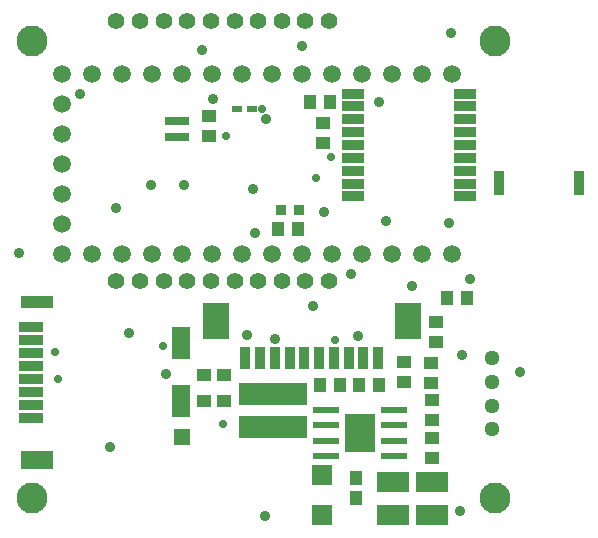
<source format=gbr>
G04 EAGLE Gerber RS-274X export*
G75*
%MOMM*%
%FSLAX34Y34*%
%LPD*%
%INSoldermask Top*%
%IPPOS*%
%AMOC8*
5,1,8,0,0,1.08239X$1,22.5*%
G01*
%ADD10C,2.627000*%
%ADD11C,1.516888*%
%ADD12R,0.927000X1.927000*%
%ADD13R,2.227000X3.127000*%
%ADD14R,1.227000X1.127000*%
%ADD15R,1.127000X1.227000*%
%ADD16R,0.927000X0.927000*%
%ADD17R,1.927000X0.927000*%
%ADD18R,1.927000X0.827000*%
%ADD19R,0.877000X2.127000*%
%ADD20R,2.127000X0.727000*%
%ADD21R,0.827000X0.627000*%
%ADD22R,2.727000X1.127000*%
%ADD23R,2.127000X0.827000*%
%ADD24R,2.727000X1.627000*%
%ADD25R,1.527000X2.827000*%
%ADD26R,1.327000X1.327000*%
%ADD27R,5.827000X1.827000*%
%ADD28R,2.827000X1.727000*%
%ADD29R,2.327000X0.627000*%
%ADD30R,2.527000X3.227000*%
%ADD31R,1.803400X1.651000*%
%ADD32C,1.397000*%
%ADD33C,1.279000*%
%ADD34C,0.881000*%
%ADD35C,0.731000*%


D10*
X606040Y-11680D03*
X213960Y-11680D03*
X606040Y375320D03*
X213960Y375320D03*
D11*
X569380Y194360D03*
X543980Y194360D03*
X518580Y194360D03*
X493180Y194360D03*
X467780Y194360D03*
X442380Y194360D03*
X416980Y194360D03*
X391580Y194360D03*
X366180Y194360D03*
X340780Y194360D03*
X315380Y194360D03*
X289980Y194360D03*
X264580Y194360D03*
X239180Y194360D03*
X239180Y219760D03*
X239180Y245160D03*
X239180Y270560D03*
X239180Y295960D03*
X239180Y321360D03*
X239180Y346760D03*
X264580Y346760D03*
X289980Y346760D03*
X315380Y346760D03*
X340780Y346760D03*
X366180Y346760D03*
X391580Y346760D03*
X416980Y346760D03*
X442380Y346760D03*
X467780Y346760D03*
X493180Y346760D03*
X518580Y346760D03*
X543980Y346760D03*
X569380Y346760D03*
D12*
X506986Y106608D03*
X494486Y106608D03*
X481986Y106608D03*
X469486Y106608D03*
X456986Y106608D03*
X444486Y106608D03*
X431986Y106608D03*
X419486Y106608D03*
X406986Y106608D03*
X394486Y106608D03*
D13*
X531986Y137858D03*
X369486Y137858D03*
D14*
X551334Y85622D03*
X551334Y102622D03*
X555904Y137428D03*
X555904Y120428D03*
D15*
X438980Y215742D03*
X421980Y215742D03*
D16*
X439878Y231448D03*
X424878Y231448D03*
D17*
X580286Y253981D03*
X580286Y264981D03*
X580286Y275981D03*
X580286Y286981D03*
X580286Y297981D03*
X580286Y308981D03*
X580286Y319981D03*
D18*
X580286Y330481D03*
X580286Y243481D03*
D17*
X485286Y253981D03*
X485286Y264981D03*
X485286Y275981D03*
X485286Y286981D03*
X485286Y297981D03*
X485286Y308981D03*
X485286Y319981D03*
D18*
X485286Y330481D03*
X485286Y243481D03*
D15*
X465942Y323318D03*
X448942Y323318D03*
D14*
X460096Y305922D03*
X460096Y288922D03*
D19*
X608795Y254868D03*
X676795Y254868D03*
D20*
X336682Y293412D03*
X336682Y307412D03*
D14*
X363444Y311542D03*
X363444Y294542D03*
D21*
X400132Y317078D03*
X387132Y317078D03*
D22*
X217791Y154039D03*
D23*
X212791Y56039D03*
X212791Y67039D03*
X212791Y78039D03*
X212791Y89039D03*
X212791Y100039D03*
X212791Y111039D03*
X212791Y122039D03*
X212791Y133039D03*
D24*
X217791Y20539D03*
D25*
X339791Y119039D03*
X339791Y70039D03*
D26*
X340791Y39539D03*
D14*
X528910Y103196D03*
X528910Y86196D03*
D27*
X417979Y48379D03*
X417979Y76379D03*
D15*
X474787Y83847D03*
X457787Y83847D03*
X507352Y83478D03*
X490352Y83478D03*
X488255Y-11710D03*
X488255Y5290D03*
D28*
X519280Y1681D03*
X519280Y-26319D03*
D14*
X376305Y92005D03*
X359305Y92005D03*
D28*
X552824Y1632D03*
X552824Y-26369D03*
D14*
X376625Y70128D03*
X359625Y70128D03*
D29*
X520160Y23775D03*
X520160Y36475D03*
X520160Y49475D03*
X520160Y62175D03*
X462660Y62175D03*
X462660Y49475D03*
X462660Y36475D03*
X462660Y23775D03*
D30*
X491410Y42975D03*
D31*
X458950Y-26175D03*
X458950Y7861D03*
D14*
X552504Y70906D03*
X552504Y53906D03*
X552632Y38553D03*
X552632Y21553D03*
D32*
X285290Y172070D03*
X305290Y172070D03*
X325290Y172070D03*
X345290Y172070D03*
X365290Y172070D03*
X385290Y172070D03*
X405290Y172070D03*
X425290Y172070D03*
X445290Y172070D03*
X465290Y172070D03*
X465290Y392070D03*
X445290Y392070D03*
X425290Y392070D03*
X405290Y392070D03*
X385290Y392070D03*
X365290Y392070D03*
X345290Y392070D03*
X325290Y392070D03*
X305290Y392070D03*
X285290Y392070D03*
D33*
X603250Y66200D03*
X603250Y46200D03*
X603250Y86200D03*
X603250Y106200D03*
D15*
X565032Y157480D03*
X582032Y157480D03*
D34*
X279908Y31496D03*
X296164Y127762D03*
X285242Y233680D03*
X203200Y195072D03*
X254508Y329946D03*
X357632Y367030D03*
X367030Y325628D03*
X412242Y308610D03*
X342138Y253238D03*
X402590Y212344D03*
X461264Y230124D03*
X401066Y249428D03*
X566928Y220980D03*
X508000Y323596D03*
X513842Y222250D03*
X483870Y177292D03*
X451866Y150876D03*
X419862Y122428D03*
X489712Y125222D03*
X535686Y167386D03*
X575818Y-22606D03*
X627126Y94996D03*
X584708Y173482D03*
X442722Y370332D03*
X486330Y42975D03*
X486330Y53135D03*
X496490Y32815D03*
X496490Y42975D03*
X496490Y53135D03*
X395732Y125984D03*
X578104Y109474D03*
D35*
X233680Y111760D03*
X454660Y259080D03*
D34*
X486330Y32815D03*
X568706Y382016D03*
X411226Y-26924D03*
X314452Y252730D03*
X327152Y92710D03*
D35*
X236220Y88900D03*
X408940Y317500D03*
X375920Y50800D03*
X325120Y116840D03*
X470098Y121722D03*
X378460Y294640D03*
X467360Y276860D03*
M02*

</source>
